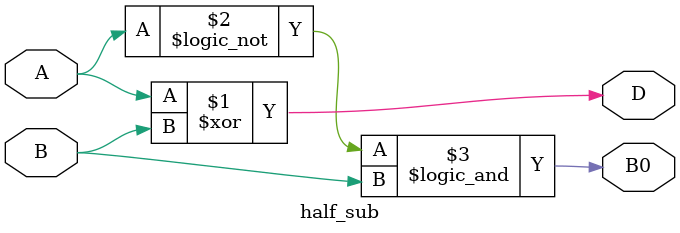
<source format=v>
`timescale 1ns / 1ps


module half_sub(input A,
    input B,
    output D, 
    output B0
    );
    assign D=A^B;
    assign B0=!A&&B;
endmodule

</source>
